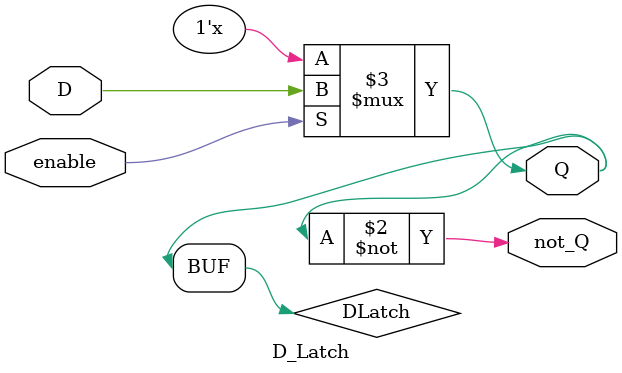
<source format=v>
module D_Latch(
		input D , 
		input enable ,
		output Q , 
		output not_Q 
	);

	reg DLatch ;

	always @(D or enable) begin
		if(enable)
			DLatch <= D ;
	end

	assign Q = DLatch ;
	assign not_Q = ~Q ;

endmodule
</source>
